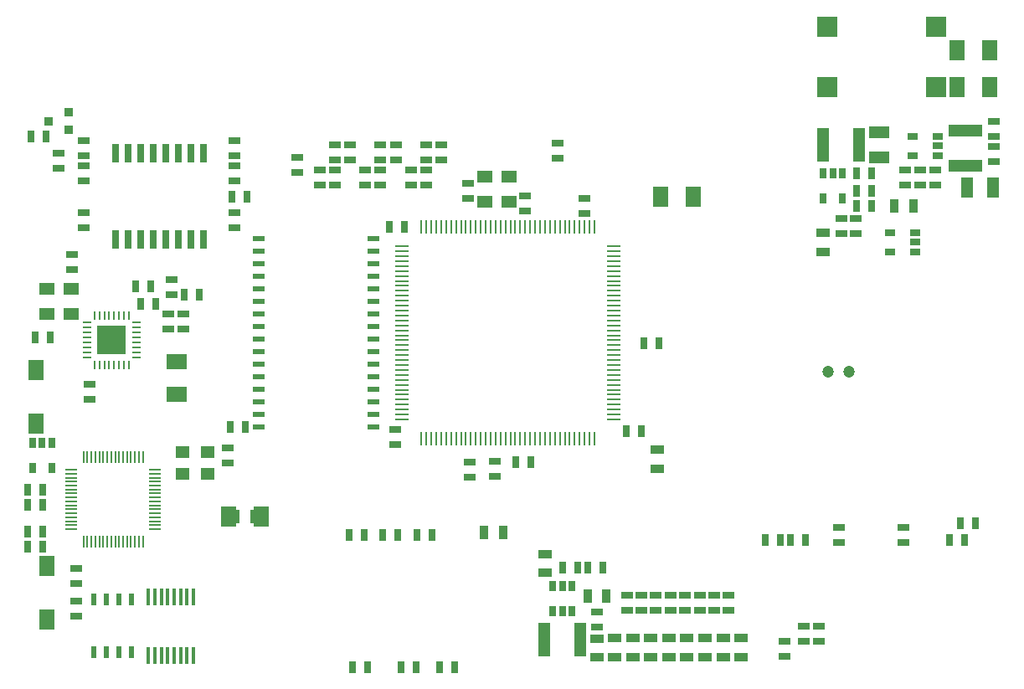
<source format=gtp>
G04 (created by PCBNEW (2013-mar-13)-stable) date Thu 30 Jun 2016 11:10:47 AM CEST*
%MOIN*%
G04 Gerber Fmt 3.4, Leading zero omitted, Abs format*
%FSLAX34Y34*%
G01*
G70*
G90*
G04 APERTURE LIST*
%ADD10C,0.005906*%
%ADD11R,0.053100X0.011400*%
%ADD12R,0.011400X0.053100*%
%ADD13R,0.031500X0.074800*%
%ADD14R,0.008063X0.047200*%
%ADD15R,0.047200X0.008063*%
%ADD16R,0.033500X0.011000*%
%ADD17R,0.011000X0.033500*%
%ADD18R,0.118100X0.118100*%
%ADD19R,0.045000X0.025000*%
%ADD20R,0.025000X0.045000*%
%ADD21R,0.050000X0.023622*%
%ADD22R,0.027600X0.039400*%
%ADD23R,0.051181X0.133858*%
%ADD24R,0.020000X0.045000*%
%ADD25R,0.035000X0.055000*%
%ADD26R,0.055000X0.035000*%
%ADD27R,0.059055X0.078740*%
%ADD28R,0.011800X0.070100*%
%ADD29R,0.080000X0.060000*%
%ADD30R,0.078740X0.078740*%
%ADD31R,0.060000X0.080000*%
%ADD32R,0.133858X0.051181*%
%ADD33R,0.039400X0.027600*%
%ADD34R,0.047200X0.078700*%
%ADD35R,0.055100X0.047200*%
%ADD36R,0.036000X0.036000*%
%ADD37R,0.078700X0.047200*%
%ADD38C,0.047200*%
%ADD39R,0.059055X0.048800*%
G04 APERTURE END LIST*
G54D10*
G54D11*
X54833Y-30413D03*
X54833Y-30610D03*
X54833Y-30807D03*
X54833Y-31004D03*
X54833Y-31201D03*
X54833Y-31397D03*
X54833Y-31594D03*
X54833Y-31791D03*
X54833Y-31988D03*
X54833Y-32185D03*
X54833Y-32382D03*
X54833Y-32578D03*
X54833Y-32775D03*
X54833Y-32972D03*
X54833Y-33169D03*
X54833Y-33366D03*
X54833Y-33563D03*
X54833Y-33760D03*
X54833Y-33956D03*
X54833Y-34153D03*
X54833Y-34350D03*
X54833Y-34547D03*
X54833Y-34744D03*
X54833Y-34941D03*
X54833Y-35138D03*
X54833Y-35334D03*
X54833Y-35531D03*
X54833Y-35728D03*
X54833Y-35925D03*
X54833Y-36122D03*
X54833Y-36319D03*
X54833Y-36515D03*
X54833Y-36712D03*
X54833Y-36909D03*
X54833Y-37106D03*
X54833Y-37303D03*
G54D12*
X55610Y-38080D03*
X55807Y-38080D03*
X56004Y-38080D03*
X56201Y-38080D03*
X56398Y-38080D03*
X56594Y-38080D03*
X56791Y-38080D03*
X56988Y-38080D03*
X57185Y-38080D03*
X57382Y-38080D03*
X57579Y-38080D03*
X57775Y-38080D03*
X57972Y-38080D03*
X58169Y-38080D03*
X58366Y-38080D03*
X58563Y-38080D03*
X58760Y-38080D03*
X58957Y-38080D03*
X59153Y-38080D03*
X59350Y-38080D03*
X59547Y-38080D03*
X59744Y-38080D03*
X59941Y-38080D03*
X60138Y-38080D03*
X60335Y-38080D03*
X60531Y-38080D03*
X60728Y-38080D03*
X60925Y-38080D03*
X61122Y-38080D03*
X61319Y-38080D03*
X61516Y-38080D03*
X61712Y-38080D03*
X61909Y-38080D03*
X62106Y-38080D03*
X62303Y-38080D03*
X62500Y-38080D03*
G54D11*
X63277Y-37303D03*
X63277Y-37106D03*
X63277Y-36909D03*
X63277Y-36712D03*
X63277Y-36515D03*
X63277Y-36319D03*
X63277Y-36122D03*
X63277Y-35925D03*
X63277Y-35728D03*
X63277Y-35531D03*
X63277Y-35334D03*
X63277Y-35138D03*
X63277Y-34941D03*
X63277Y-34744D03*
X63277Y-34547D03*
X63277Y-34350D03*
X63277Y-34153D03*
X63277Y-33956D03*
X63277Y-33760D03*
X63277Y-33563D03*
X63277Y-33366D03*
X63277Y-33169D03*
X63277Y-32972D03*
X63277Y-32775D03*
X63277Y-32578D03*
X63277Y-32382D03*
X63277Y-32185D03*
X63277Y-31988D03*
X63277Y-31791D03*
X63277Y-31594D03*
X63277Y-31397D03*
X63277Y-31201D03*
X63277Y-31004D03*
X63277Y-30807D03*
X63277Y-30610D03*
X63277Y-30413D03*
G54D12*
X62500Y-29636D03*
X62303Y-29636D03*
X62106Y-29636D03*
X61909Y-29636D03*
X61712Y-29636D03*
X61516Y-29636D03*
X61319Y-29636D03*
X61122Y-29636D03*
X60925Y-29636D03*
X60728Y-29636D03*
X60531Y-29636D03*
X60335Y-29636D03*
X60138Y-29636D03*
X59941Y-29636D03*
X59744Y-29636D03*
X59547Y-29636D03*
X59350Y-29636D03*
X59153Y-29636D03*
X58957Y-29636D03*
X58760Y-29636D03*
X58563Y-29636D03*
X58366Y-29636D03*
X58169Y-29636D03*
X57972Y-29636D03*
X57775Y-29636D03*
X57579Y-29636D03*
X57382Y-29636D03*
X57185Y-29636D03*
X56988Y-29636D03*
X56791Y-29636D03*
X56594Y-29636D03*
X56398Y-29636D03*
X56201Y-29636D03*
X56004Y-29636D03*
X55807Y-29636D03*
X55610Y-29636D03*
G54D13*
X44923Y-30154D03*
X45423Y-30154D03*
X45923Y-30154D03*
X44423Y-30154D03*
X46423Y-30154D03*
X43923Y-30154D03*
X43423Y-30154D03*
X46923Y-30154D03*
X43423Y-26706D03*
X46923Y-26706D03*
X46423Y-26706D03*
X45923Y-26706D03*
X45423Y-26706D03*
X44923Y-26706D03*
X44423Y-26706D03*
X43923Y-26706D03*
G54D14*
X44521Y-38817D03*
X44363Y-38817D03*
X44206Y-38817D03*
X44048Y-38817D03*
X43891Y-38817D03*
X43733Y-38817D03*
X43576Y-38817D03*
X43418Y-38817D03*
X43261Y-38817D03*
X43103Y-38817D03*
X42946Y-38817D03*
X42788Y-38817D03*
X42631Y-38817D03*
X42473Y-38817D03*
X42316Y-38817D03*
X42158Y-38817D03*
G54D15*
X41667Y-39308D03*
X41667Y-39466D03*
X41667Y-39623D03*
X41667Y-39781D03*
X41667Y-39938D03*
X41667Y-40096D03*
X41667Y-40253D03*
X41667Y-40411D03*
G54D14*
X42158Y-42163D03*
X42316Y-42163D03*
X42473Y-42163D03*
X42631Y-42163D03*
X42788Y-42163D03*
X42946Y-42163D03*
X43103Y-42163D03*
X43261Y-42163D03*
X43418Y-42163D03*
X43576Y-42163D03*
X43733Y-42163D03*
X43891Y-42163D03*
G54D15*
X45013Y-41671D03*
X45013Y-41513D03*
X45013Y-41356D03*
X45013Y-41198D03*
X45013Y-41041D03*
X45013Y-40883D03*
X45013Y-40726D03*
X45013Y-40568D03*
X45013Y-40411D03*
X45013Y-40253D03*
X45013Y-40096D03*
X45013Y-39938D03*
X41667Y-40568D03*
X41667Y-40726D03*
X41667Y-40883D03*
X41667Y-41041D03*
X41667Y-41198D03*
X41667Y-41356D03*
X41667Y-41513D03*
X41667Y-41671D03*
G54D14*
X44048Y-42163D03*
X44206Y-42163D03*
X44363Y-42163D03*
X44521Y-42163D03*
G54D15*
X45013Y-39781D03*
X45013Y-39623D03*
X45013Y-39466D03*
X45013Y-39308D03*
G54D16*
X42296Y-34829D03*
G54D17*
X42591Y-35124D03*
G54D16*
X44264Y-34829D03*
X44264Y-34632D03*
X44264Y-34435D03*
X44264Y-34238D03*
X44264Y-33845D03*
X44264Y-33648D03*
G54D17*
X43182Y-33156D03*
G54D16*
X44264Y-33451D03*
G54D17*
X43969Y-33156D03*
X43772Y-33156D03*
X43575Y-33156D03*
X43378Y-33156D03*
X42985Y-33156D03*
X42788Y-33156D03*
X42591Y-33156D03*
G54D16*
X42296Y-33451D03*
X42296Y-33648D03*
X42296Y-33845D03*
X42296Y-34042D03*
X42296Y-34238D03*
X42296Y-34435D03*
X42296Y-34632D03*
G54D18*
X43280Y-34140D03*
G54D16*
X44264Y-34042D03*
G54D17*
X43969Y-35124D03*
X43772Y-35124D03*
X43575Y-35124D03*
X43378Y-35124D03*
X43182Y-35124D03*
X42985Y-35124D03*
X42788Y-35124D03*
G54D19*
X42170Y-29060D03*
X42170Y-29660D03*
X48170Y-29060D03*
X48170Y-29660D03*
X51570Y-27380D03*
X51570Y-27980D03*
X52170Y-27980D03*
X52170Y-27380D03*
X52170Y-26980D03*
X52170Y-26380D03*
X52770Y-26980D03*
X52770Y-26380D03*
X53370Y-27380D03*
X53370Y-27980D03*
X53970Y-27980D03*
X53970Y-27380D03*
X53970Y-26980D03*
X53970Y-26380D03*
X54590Y-26980D03*
X54590Y-26380D03*
X55190Y-27380D03*
X55190Y-27980D03*
X55790Y-27980D03*
X55790Y-27380D03*
X55790Y-26980D03*
X55790Y-26380D03*
X56390Y-26980D03*
X56390Y-26380D03*
X48170Y-27200D03*
X48170Y-27800D03*
X42170Y-27800D03*
X42170Y-27200D03*
X42170Y-26800D03*
X42170Y-26200D03*
X48170Y-26200D03*
X48170Y-26800D03*
X45530Y-33710D03*
X45530Y-33110D03*
G54D20*
X44430Y-32690D03*
X45030Y-32690D03*
X46760Y-32340D03*
X46160Y-32340D03*
X40850Y-34030D03*
X40250Y-34030D03*
G54D19*
X46130Y-33110D03*
X46130Y-33710D03*
G54D20*
X44220Y-32010D03*
X44820Y-32010D03*
G54D19*
X45660Y-32340D03*
X45660Y-31740D03*
G54D21*
X49126Y-31608D03*
X49126Y-32108D03*
X49126Y-32608D03*
X49126Y-33108D03*
X49126Y-33608D03*
X49126Y-35608D03*
X49126Y-36108D03*
X49126Y-36608D03*
X49126Y-37108D03*
X49126Y-37608D03*
X53693Y-37608D03*
X53693Y-37108D03*
X53693Y-36608D03*
X53693Y-36108D03*
X53693Y-35608D03*
X53693Y-33608D03*
X53693Y-33108D03*
X53693Y-32608D03*
X53693Y-32108D03*
X53693Y-31608D03*
X53693Y-31108D03*
X53693Y-30608D03*
X53693Y-30108D03*
X53693Y-35108D03*
X53693Y-34608D03*
X53693Y-34108D03*
X49126Y-35108D03*
X49126Y-34608D03*
X49126Y-34108D03*
X49126Y-31108D03*
X49126Y-30608D03*
X49126Y-30108D03*
G54D20*
X53460Y-47160D03*
X52860Y-47160D03*
X54800Y-47160D03*
X55400Y-47160D03*
X53330Y-41890D03*
X52730Y-41890D03*
X61220Y-43210D03*
X61820Y-43210D03*
X62220Y-43210D03*
X62820Y-43210D03*
X54680Y-41890D03*
X54080Y-41890D03*
G54D22*
X60845Y-43940D03*
X61220Y-43940D03*
X61595Y-43940D03*
X61595Y-44940D03*
X61220Y-44940D03*
X60845Y-44940D03*
G54D23*
X61923Y-46055D03*
X60506Y-46055D03*
G54D24*
X42560Y-44480D03*
X42560Y-46580D03*
X43060Y-44480D03*
X43560Y-44480D03*
X44060Y-44480D03*
X43060Y-46580D03*
X43560Y-46580D03*
X44060Y-46580D03*
G54D20*
X64360Y-37780D03*
X63760Y-37780D03*
G54D25*
X62225Y-44350D03*
X62975Y-44350D03*
G54D26*
X60525Y-42655D03*
X60525Y-43405D03*
G54D20*
X56030Y-41890D03*
X55430Y-41890D03*
X40530Y-42360D03*
X39930Y-42360D03*
X39930Y-41760D03*
X40530Y-41760D03*
G54D27*
X40700Y-45272D03*
X40700Y-43147D03*
G54D28*
X44744Y-46699D03*
X45000Y-46699D03*
X45256Y-46699D03*
X45512Y-46699D03*
X45767Y-46699D03*
X46023Y-46699D03*
X46279Y-46699D03*
X46535Y-46699D03*
X46535Y-44361D03*
X46279Y-44361D03*
X46023Y-44361D03*
X45767Y-44361D03*
X45512Y-44361D03*
X45256Y-44361D03*
X45000Y-44361D03*
X44744Y-44361D03*
G54D29*
X45860Y-35020D03*
X45860Y-36320D03*
G54D20*
X40530Y-40120D03*
X39930Y-40120D03*
G54D27*
X40280Y-35354D03*
X40280Y-37480D03*
G54D30*
X76115Y-21660D03*
X71784Y-21660D03*
X76115Y-24081D03*
X71784Y-24081D03*
G54D26*
X68340Y-46015D03*
X68340Y-46765D03*
G54D19*
X67850Y-44310D03*
X67850Y-44910D03*
G54D26*
X63300Y-46015D03*
X63300Y-46765D03*
G54D19*
X63790Y-44310D03*
X63790Y-44910D03*
X67270Y-44310D03*
X67270Y-44910D03*
X66690Y-44310D03*
X66690Y-44910D03*
X66110Y-44310D03*
X66110Y-44910D03*
X65530Y-44310D03*
X65530Y-44910D03*
X64950Y-44310D03*
X64950Y-44910D03*
X64370Y-44310D03*
X64370Y-44910D03*
G54D26*
X67620Y-46015D03*
X67620Y-46765D03*
X66900Y-46015D03*
X66900Y-46765D03*
X66180Y-46015D03*
X66180Y-46765D03*
X65460Y-46015D03*
X65460Y-46765D03*
X64740Y-46015D03*
X64740Y-46765D03*
X64020Y-46015D03*
X64020Y-46765D03*
G54D31*
X76920Y-22600D03*
X78220Y-22600D03*
X76920Y-24070D03*
X78220Y-24070D03*
G54D19*
X76060Y-27960D03*
X76060Y-27360D03*
G54D32*
X77270Y-25801D03*
X77270Y-27218D03*
G54D19*
X75460Y-27960D03*
X75460Y-27360D03*
X74860Y-27360D03*
X74860Y-27960D03*
G54D33*
X75160Y-26795D03*
X75160Y-26045D03*
X76160Y-26045D03*
X76160Y-26420D03*
X76160Y-26795D03*
G54D34*
X77328Y-28080D03*
X78352Y-28080D03*
G54D35*
X47100Y-38597D03*
X46100Y-38597D03*
X46100Y-39463D03*
X47100Y-39463D03*
G54D19*
X41690Y-31330D03*
X41690Y-30730D03*
X47910Y-39030D03*
X47910Y-38430D03*
X42400Y-35900D03*
X42400Y-36500D03*
G54D31*
X47940Y-41160D03*
X49240Y-41160D03*
G54D20*
X48670Y-28430D03*
X48070Y-28430D03*
G54D19*
X41180Y-27300D03*
X41180Y-26700D03*
G54D36*
X41580Y-25080D03*
X41580Y-25780D03*
X40780Y-25430D03*
G54D20*
X40080Y-26040D03*
X40680Y-26040D03*
G54D19*
X41880Y-43250D03*
X41880Y-43850D03*
G54D33*
X74280Y-30625D03*
X74280Y-29875D03*
X75280Y-29875D03*
X75280Y-30250D03*
X75280Y-30625D03*
G54D23*
X71611Y-26370D03*
X73028Y-26370D03*
G54D22*
X72365Y-28490D03*
X71615Y-28490D03*
X71615Y-27490D03*
X71990Y-27490D03*
X72365Y-27490D03*
G54D20*
X72930Y-27520D03*
X73530Y-27520D03*
G54D37*
X73830Y-25858D03*
X73830Y-26882D03*
G54D20*
X73530Y-28190D03*
X72930Y-28190D03*
X72930Y-28790D03*
X73530Y-28790D03*
G54D19*
X54560Y-37710D03*
X54560Y-38310D03*
G54D20*
X48600Y-37610D03*
X48000Y-37610D03*
G54D19*
X57460Y-28510D03*
X57460Y-27910D03*
X59740Y-28990D03*
X59740Y-28390D03*
X62110Y-29100D03*
X62110Y-28500D03*
X58550Y-38970D03*
X58550Y-39570D03*
G54D31*
X65140Y-28440D03*
X66440Y-28440D03*
G54D19*
X61050Y-26890D03*
X61050Y-26290D03*
X50660Y-27480D03*
X50660Y-26880D03*
G54D20*
X70290Y-42100D03*
X70890Y-42100D03*
G54D19*
X74800Y-42210D03*
X74800Y-41610D03*
G54D20*
X76650Y-42100D03*
X77250Y-42100D03*
G54D19*
X71450Y-45530D03*
X71450Y-46130D03*
G54D20*
X69290Y-42100D03*
X69890Y-42100D03*
G54D19*
X72240Y-41610D03*
X72240Y-42210D03*
G54D20*
X77670Y-41450D03*
X77070Y-41450D03*
G54D19*
X70850Y-46130D03*
X70850Y-45530D03*
G54D25*
X74440Y-28790D03*
X75190Y-28790D03*
G54D26*
X62600Y-46025D03*
X62600Y-46775D03*
G54D19*
X62590Y-45570D03*
X62590Y-44970D03*
G54D25*
X58865Y-41790D03*
X58115Y-41790D03*
G54D19*
X41880Y-45130D03*
X41880Y-44530D03*
X70060Y-46730D03*
X70060Y-46130D03*
G54D20*
X56940Y-47160D03*
X56340Y-47160D03*
G54D22*
X40885Y-39250D03*
X40135Y-39250D03*
X40135Y-38250D03*
X40510Y-38250D03*
X40885Y-38250D03*
G54D20*
X64460Y-34270D03*
X65060Y-34270D03*
X39930Y-40700D03*
X40530Y-40700D03*
G54D19*
X57540Y-39000D03*
X57540Y-39600D03*
G54D20*
X59360Y-38990D03*
X59960Y-38990D03*
G54D38*
X72630Y-35410D03*
X71810Y-35410D03*
G54D20*
X54920Y-29640D03*
X54320Y-29640D03*
G54D39*
X40687Y-32110D03*
X40687Y-33110D03*
X41652Y-33110D03*
X41652Y-32110D03*
X58127Y-27630D03*
X58127Y-28630D03*
X59092Y-28630D03*
X59092Y-27630D03*
G54D26*
X71600Y-30625D03*
X71600Y-29875D03*
G54D19*
X78400Y-26030D03*
X78400Y-25430D03*
X78400Y-27050D03*
X78400Y-26450D03*
X72910Y-29315D03*
X72910Y-29915D03*
X72320Y-29915D03*
X72320Y-29315D03*
G54D26*
X65010Y-39255D03*
X65010Y-38505D03*
G54D25*
X48215Y-41160D03*
X48965Y-41160D03*
M02*

</source>
